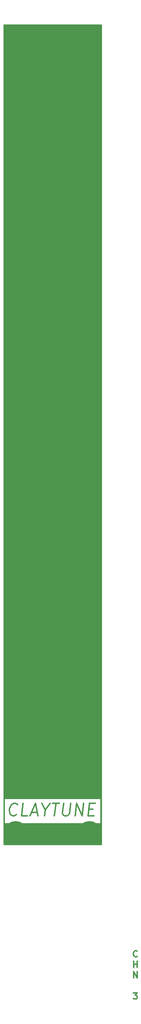
<source format=gbr>
G04 #@! TF.GenerationSoftware,KiCad,Pcbnew,(5.1.7)-1*
G04 #@! TF.CreationDate,2020-12-30T12:14:20+00:00*
G04 #@! TF.ProjectId,Panel,50616e65-6c2e-46b6-9963-61645f706362,rev?*
G04 #@! TF.SameCoordinates,Original*
G04 #@! TF.FileFunction,Copper,L1,Top*
G04 #@! TF.FilePolarity,Positive*
%FSLAX46Y46*%
G04 Gerber Fmt 4.6, Leading zero omitted, Abs format (unit mm)*
G04 Created by KiCad (PCBNEW (5.1.7)-1) date 2020-12-30 12:14:20*
%MOMM*%
%LPD*%
G01*
G04 APERTURE LIST*
G04 #@! TA.AperFunction,NonConductor*
%ADD10C,0.300000*%
G04 #@! TD*
G04 #@! TA.AperFunction,ComponentPad*
%ADD11C,5.600000*%
G04 #@! TD*
G04 #@! TA.AperFunction,ComponentPad*
%ADD12C,7.000000*%
G04 #@! TD*
G04 #@! TA.AperFunction,ComponentPad*
%ADD13C,8.500000*%
G04 #@! TD*
G04 #@! TA.AperFunction,ComponentPad*
%ADD14C,14.000000*%
G04 #@! TD*
G04 #@! TA.AperFunction,Conductor*
%ADD15C,0.450000*%
G04 #@! TD*
G04 #@! TA.AperFunction,Conductor*
%ADD16C,0.254000*%
G04 #@! TD*
G04 #@! TA.AperFunction,Conductor*
%ADD17C,0.100000*%
G04 #@! TD*
G04 APERTURE END LIST*
D10*
X126753085Y-189476474D02*
X126681657Y-189547902D01*
X126467371Y-189619331D01*
X126324514Y-189619331D01*
X126110228Y-189547902D01*
X125967371Y-189405045D01*
X125895942Y-189262188D01*
X125824514Y-188976474D01*
X125824514Y-188762188D01*
X125895942Y-188476474D01*
X125967371Y-188333617D01*
X126110228Y-188190760D01*
X126324514Y-188119331D01*
X126467371Y-188119331D01*
X126681657Y-188190760D01*
X126753085Y-188262188D01*
X125860228Y-192169331D02*
X125860228Y-190669331D01*
X125860228Y-191383617D02*
X126717371Y-191383617D01*
X126717371Y-192169331D02*
X126717371Y-190669331D01*
X125860228Y-194719331D02*
X125860228Y-193219331D01*
X126717371Y-194719331D01*
X126717371Y-193219331D01*
X125788800Y-198319331D02*
X126717371Y-198319331D01*
X126217371Y-198890760D01*
X126431657Y-198890760D01*
X126574514Y-198962188D01*
X126645942Y-199033617D01*
X126717371Y-199176474D01*
X126717371Y-199533617D01*
X126645942Y-199676474D01*
X126574514Y-199747902D01*
X126431657Y-199819331D01*
X126003085Y-199819331D01*
X125860228Y-199747902D01*
X125788800Y-199676474D01*
X97372586Y-155115628D02*
X97211872Y-155258485D01*
X96765443Y-155401342D01*
X96479729Y-155401342D01*
X96069015Y-155258485D01*
X95819015Y-154972771D01*
X95711872Y-154687057D01*
X95640443Y-154115628D01*
X95694015Y-153687057D01*
X95908300Y-153115628D01*
X96086872Y-152829914D01*
X96408300Y-152544200D01*
X96854729Y-152401342D01*
X97140443Y-152401342D01*
X97551157Y-152544200D01*
X97676157Y-152687057D01*
X100051157Y-155401342D02*
X98622586Y-155401342D01*
X98997586Y-152401342D01*
X101015443Y-154544200D02*
X102444015Y-154544200D01*
X100622586Y-155401342D02*
X101997586Y-152401342D01*
X102622586Y-155401342D01*
X104372586Y-153972771D02*
X104194015Y-155401342D01*
X103569015Y-152401342D02*
X104372586Y-153972771D01*
X105569015Y-152401342D01*
X106140443Y-152401342D02*
X107854729Y-152401342D01*
X106622586Y-155401342D02*
X106997586Y-152401342D01*
X108854729Y-152401342D02*
X108551157Y-154829914D01*
X108658300Y-155115628D01*
X108783300Y-155258485D01*
X109051157Y-155401342D01*
X109622586Y-155401342D01*
X109926157Y-155258485D01*
X110086872Y-155115628D01*
X110265443Y-154829914D01*
X110569015Y-152401342D01*
X111622586Y-155401342D02*
X111997586Y-152401342D01*
X113336872Y-155401342D01*
X113711872Y-152401342D01*
X114961872Y-153829914D02*
X115961872Y-153829914D01*
X116194015Y-155401342D02*
X114765443Y-155401342D01*
X115140443Y-152401342D01*
X116569015Y-152401342D01*
D11*
X115158640Y-159492200D03*
X97158640Y-159492200D03*
X115158640Y33507800D03*
X97158640Y33507800D03*
D12*
X106377860Y-86128080D03*
D13*
X106463560Y-56257880D03*
X106463560Y-71257880D03*
X106463560Y-41257880D03*
X106463560Y-26257880D03*
D14*
X105905600Y15532200D03*
X105910680Y-1704240D03*
X105846640Y-141124200D03*
X105846640Y-123124200D03*
X105846640Y-105124200D03*
D15*
X108561060Y-6951080D02*
X108561060Y-6031480D01*
X111236360Y-6031480D02*
X108561060Y-6031480D01*
D16*
X117998640Y-162332200D02*
X94318640Y-162332200D01*
X94318640Y-151174200D01*
X94411069Y-151174200D01*
X94411069Y-157244200D01*
X117838212Y-157244200D01*
X117838212Y-151174200D01*
X94411069Y-151174200D01*
X94318640Y-151174200D01*
X94318640Y36347800D01*
X117998641Y36347800D01*
X117998640Y-162332200D01*
G04 #@! TA.AperFunction,Conductor*
D17*
G36*
X117998640Y-162332200D02*
G01*
X94318640Y-162332200D01*
X94318640Y-151174200D01*
X94411069Y-151174200D01*
X94411069Y-157244200D01*
X117838212Y-157244200D01*
X117838212Y-151174200D01*
X94411069Y-151174200D01*
X94318640Y-151174200D01*
X94318640Y36347800D01*
X117998641Y36347800D01*
X117998640Y-162332200D01*
G37*
G04 #@! TD.AperFunction*
M02*

</source>
